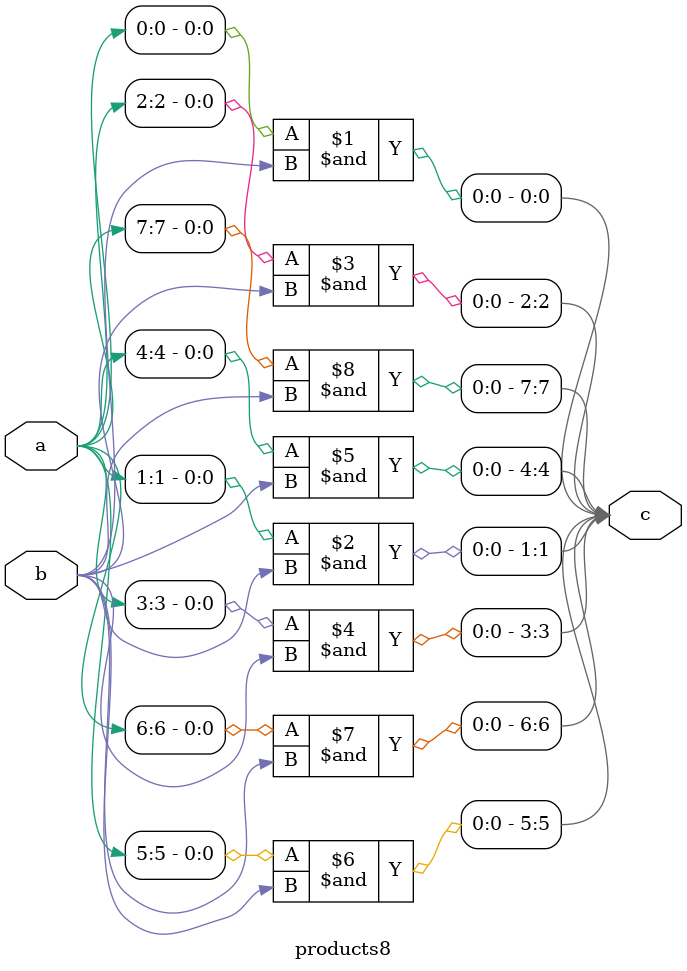
<source format=v>
module products8 (   a,
                    b,
                    c);
input   [7:0]  a;
input           b;
output  [7:0]  c;
wire    [7:0]  a;
wire            b;
wire    [7:0]  c;
genvar i;
generate
    for(i=0;i<8;i=i+1)
        begin:products
            and a1(c[i],a[i],b);
        end
endgenerate
endmodule
</source>
